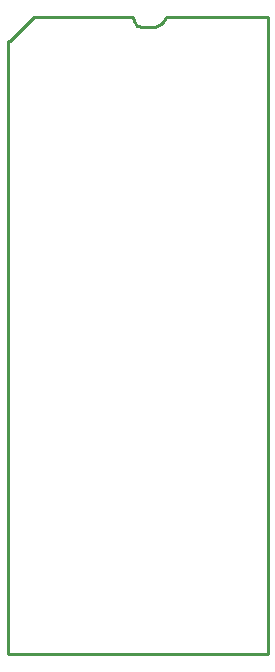
<source format=gko>
G04 Layer: BoardOutlineLayer*
G04 EasyEDA v6.5.22, 2023-01-18 22:18:13*
G04 66d29df89567445d99ed279259f9073e,7be1179030e74d40a97a3c751b95adb4,10*
G04 Gerber Generator version 0.2*
G04 Scale: 100 percent, Rotated: No, Reflected: No *
G04 Dimensions in millimeters *
G04 leading zeros omitted , absolute positions ,4 integer and 5 decimal *
%FSLAX45Y45*%
%MOMM*%

%ADD10C,0.2540*%
D10*
X1778000Y-1625600D02*
G01*
X1981200Y-1422400D01*
X2819400Y-1422400D01*
X2832100Y-1460500D01*
X2857500Y-1498600D01*
X2908300Y-1511300D01*
X3009900Y-1511300D01*
X3060700Y-1485900D01*
X3086100Y-1460500D01*
X3098800Y-1422400D01*
X3962400Y-1422400D01*
X3962400Y-6819900D01*
X1765300Y-6819900D01*
X1765300Y-1625600D01*
X1778000Y-1625600D01*

%LPD*%
M02*

</source>
